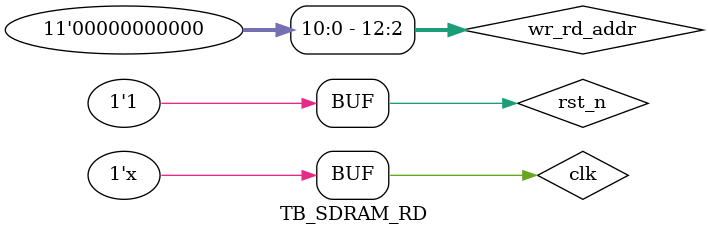
<source format=v>
`timescale 1ns/1ns
module TB_SDRAM_RD();

reg clk;
reg rst_n;

reg         wr_en;
wire [3:0]  init_cmd;
wire [1:0]  init_ba;
wire [12:0] init_addr;
wire        init_end;
wire        clk_50;
wire        clk_100;
wire        clk_100_shift;  
wire        locked;
wire        rst_n_lock;
reg [15:0]  wr_data_in;
wire [3:0]  wr_cmd ;      
wire        wr_ack ;       
wire        wr_end ;    
wire [1:0]  wr_ba;
wire [12:0] wr_sdram_addr;
wire        wr_sdram_en;
wire [16:0] wr_sdram_data;
wire [3:0]  sdram_cmd;
wire [1:0]  sdram_ba;
wire [12:0] sdram_addr;
wire [15:0] sdram_data;

wire [3:0]  wr_rd_cmd;
wire [1:0]  wr_rd_ba;
wire [12:0] wr_rd_addr;

wire [3:0]  rd_cmd;
wire        rd_ack;
wire        rd_end;
wire [1:0]  rd_ba;
wire [12:0] rd_sdram_addr;
wire [15:0] rd_sdram_data;
reg        rd_en;

initial begin
    clk = 1'b1;
    rst_n <= 1'b0;
    #20
    rst_n <= 1'b1;
end

always #10 clk = ~ clk;

assign rst_n_lock = rst_n & locked;

assign  sdram_cmd  = (init_end)? wr_rd_cmd  : init_cmd;
assign  sdram_addr = (init_end)? wr_rd_ba   : init_addr;
assign  sdram_ba   = (init_end)? wr_rd_addr : init_ba;

assign  wr_rd_cmd   = (wr_en)? wr_cmd        : rd_cmd       ;
assign  wr_rd_ba    = (wr_en)? wr_sdram_addr : rd_sdram_addr; 
assign  wr_rd_addr  = (wr_en)? wr_ba         : rd_ba        ;    

assign  sdram_data = (wr_sdram_en) ? wr_sdram_data : 16'hzzzz;

always @(posedge clk_100 or negedge rst_n) begin
    if(~rst_n)
        wr_data_in <= 16'd0;
    else if (wr_data_in == 16'd10)
        wr_data_in <= 16'd0;
    else if (wr_ack)
        wr_data_in <= wr_data_in + 1'b1;
    else 
        wr_data_in <= wr_data_in;
end

always @(posedge clk_100 or negedge rst_n) begin
    if(~rst_n)
        wr_en <= 1'b1;
    else if (wr_end)
        wr_en <= 1'b0;
    else 
        wr_en <= wr_en;
end

always @(posedge clk_100 or negedge rst_n) begin
    if(~rst_n)
        rd_en <= 1'b0;
    else if (rd_end)
        rd_en <= 1'b0;
    else if (~wr_en)
        rd_en <= 1'b1;
    else 
        rd_en <= rd_en;
end

defparam  SDRAM_MODULE_INST.addr_bits = 13;
defparam  SDRAM_MODULE_INST.data_bits = 16;
defparam  SDRAM_MODULE_INST.col_bits = 9;
defparam  SDRAM_MODULE_INST.mem_sizes = 2*1024*1024;


clk_gen	clk_gen_inst 
(
	.areset (~rst_n  ),
	.inclk0 (  clk),
	.c0 (clk_50 ),
	.c1 ( clk_100 ),
	.c2 ( clk_100_shift ),
	.locked ( locked)
);


SDRAM_INIT SDRAM_INIT_INST
(
    .clk(clk_100),   // 时钟频率为100MHz
    .rst_n(rst_n_lock),

    .init_cmd(init_cmd),
    .init_ba(init_ba),
    .init_addr(init_addr),
    . init_end(init_end)
);

SDRAM_WR SDRAM_WR_INST
(
   .clk           (clk_100 )  ,
   .rst_n         (rst_n_lock)  ,
   .init_end      (init_end)  ,
   .wr_en         (wr_en)  ,
   .wr_addr       (24'h000_000)  ,    // 两位宽bank地址 13位宽行地址、9位宽列地址
   .wr_data       (wr_data_in)  ,    
   .wr_burst_len  (10'd10)  ,    // 采用页突发，一页512个，采用突发停止模式，可以实现任意长度的写入

   .wr_cmd        (wr_cmd        )  ,
   .wr_ack        (wr_ack        )  ,
   .wr_end        (wr_end        )  ,
   .wr_ba         (wr_ba         )  ,
   .wr_sdram_addr (wr_sdram_addr )  ,
   .wr_sdram_en  (wr_sdram_en  )  ,
   . wr_sdram_data( wr_sdram_data)
);

SDRAM_RD SDRAM_RD_INST
(
    .clk           (clk_100 ),
    .rst_n         (rst_n_lock),     
    .init_end      (init_end),
    .rd_en         (rd_en),
    .rd_addr       (24'h000_000),    // 两位宽bank地址 13位宽行地址、9位宽列地址
    .rd_data       (sdram_data),    
    .rd_burst_len  (10'd10),  // 采用页突发，一页512个，采用突发停止模式，可以实现任意长度的写入

    .rd_cmd        (rd_cmd        ),
    . rd_ack       ( rd_ack       ),
    . rd_end       ( rd_end       ),
    .rd_ba         (rd_ba         ),
    .rd_sdram_addr (rd_sdram_addr ),
    . rd_sdram_data( rd_sdram_data)

);

sdram_model_plus SDRAM_MODULE_INST
(
    .Dq(sdram_data), 
    .Addr(sdram_addr),
    .Ba(sdram_ba),
    .Clk(clk_100_shift), 
    .Cke(1'b1), 
    .Cs_n(sdram_cmd[3]), 
    .Ras_n(sdram_cmd[2]), 
    .Cas_n(sdram_cmd[1]), 
    .We_n(sdram_cmd[0]), 
    .Dqm(2'b00),
    .Debug(1'b1)
);

endmodule
</source>
